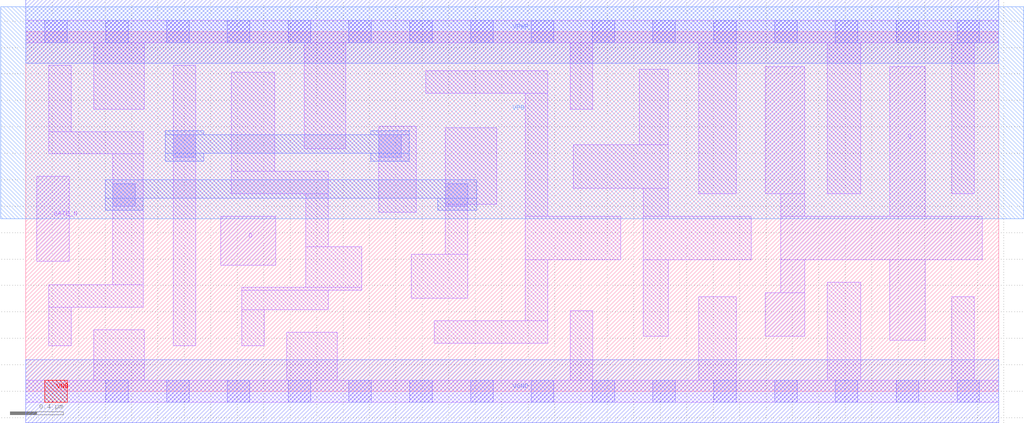
<source format=lef>
# Copyright 2020 The SkyWater PDK Authors
#
# Licensed under the Apache License, Version 2.0 (the "License");
# you may not use this file except in compliance with the License.
# You may obtain a copy of the License at
#
#     https://www.apache.org/licenses/LICENSE-2.0
#
# Unless required by applicable law or agreed to in writing, software
# distributed under the License is distributed on an "AS IS" BASIS,
# WITHOUT WARRANTIES OR CONDITIONS OF ANY KIND, either express or implied.
# See the License for the specific language governing permissions and
# limitations under the License.
#
# SPDX-License-Identifier: Apache-2.0

VERSION 5.7 ;
  NOWIREEXTENSIONATPIN ON ;
  DIVIDERCHAR "/" ;
  BUSBITCHARS "[]" ;
PROPERTYDEFINITIONS
  MACRO maskLayoutSubType STRING ;
  MACRO prCellType STRING ;
  MACRO originalViewName STRING ;
END PROPERTYDEFINITIONS
MACRO sky130_fd_sc_hdll__dlxtn_4
  CLASS CORE ;
  FOREIGN sky130_fd_sc_hdll__dlxtn_4 ;
  ORIGIN  0.000000  0.000000 ;
  SIZE  7.360000 BY  2.720000 ;
  SYMMETRY X Y R90 ;
  SITE unithd ;
  PIN D
    ANTENNAGATEAREA  0.178200 ;
    DIRECTION INPUT ;
    USE SIGNAL ;
    PORT
      LAYER li1 ;
        RECT 1.475000 0.955000 1.890000 1.325000 ;
    END
  END D
  PIN GATE_N
    ANTENNAGATEAREA  0.178200 ;
    DIRECTION INPUT ;
    USE SIGNAL ;
    PORT
      LAYER li1 ;
        RECT 0.085000 0.985000 0.330000 1.625000 ;
    END
  END GATE_N
  PIN Q
    ANTENNADIFFAREA  0.996000 ;
    DIRECTION OUTPUT ;
    USE SIGNAL ;
    PORT
      LAYER li1 ;
        RECT 5.595000 0.415000 5.895000 0.745000 ;
        RECT 5.595000 1.495000 5.895000 2.455000 ;
        RECT 5.710000 0.745000 5.895000 0.995000 ;
        RECT 5.710000 0.995000 7.235000 1.325000 ;
        RECT 5.710000 1.325000 5.895000 1.495000 ;
        RECT 6.535000 0.385000 6.805000 0.995000 ;
        RECT 6.535000 1.325000 6.805000 2.455000 ;
    END
  END Q
  PIN VNB
    PORT
      LAYER pwell ;
        RECT 0.145000 -0.085000 0.315000 0.085000 ;
    END
  END VNB
  PIN VPB
    PORT
      LAYER nwell ;
        RECT -0.190000 1.305000 7.550000 2.910000 ;
    END
  END VPB
  PIN VGND
    DIRECTION INOUT ;
    USE GROUND ;
    PORT
      LAYER met1 ;
        RECT 0.000000 -0.240000 7.360000 0.240000 ;
    END
  END VGND
  PIN VPWR
    DIRECTION INOUT ;
    USE POWER ;
    PORT
      LAYER met1 ;
        RECT 0.000000 2.480000 7.360000 2.960000 ;
    END
  END VPWR
  OBS
    LAYER li1 ;
      RECT 0.000000 -0.085000 7.360000 0.085000 ;
      RECT 0.000000  2.635000 7.360000 2.805000 ;
      RECT 0.175000  0.345000 0.345000 0.635000 ;
      RECT 0.175000  0.635000 0.890000 0.805000 ;
      RECT 0.175000  1.795000 0.890000 1.965000 ;
      RECT 0.175000  1.965000 0.345000 2.465000 ;
      RECT 0.515000  0.085000 0.895000 0.465000 ;
      RECT 0.515000  2.135000 0.895000 2.635000 ;
      RECT 0.660000  0.805000 0.890000 1.795000 ;
      RECT 1.115000  0.345000 1.285000 2.465000 ;
      RECT 1.555000  1.495000 2.290000 1.665000 ;
      RECT 1.555000  1.665000 1.885000 2.415000 ;
      RECT 1.635000  0.345000 1.805000 0.615000 ;
      RECT 1.635000  0.615000 2.290000 0.765000 ;
      RECT 1.635000  0.765000 2.540000 0.785000 ;
      RECT 1.975000  0.085000 2.355000 0.445000 ;
      RECT 2.105000  1.835000 2.420000 2.635000 ;
      RECT 2.120000  0.785000 2.540000 1.095000 ;
      RECT 2.120000  1.095000 2.290000 1.495000 ;
      RECT 2.670000  1.355000 2.955000 2.005000 ;
      RECT 2.915000  0.705000 3.345000 1.035000 ;
      RECT 3.025000  2.255000 3.950000 2.425000 ;
      RECT 3.090000  0.365000 3.950000 0.535000 ;
      RECT 3.175000  1.035000 3.345000 1.415000 ;
      RECT 3.175000  1.415000 3.565000 1.995000 ;
      RECT 3.780000  0.535000 3.950000 0.995000 ;
      RECT 3.780000  0.995000 4.500000 1.325000 ;
      RECT 3.780000  1.325000 3.950000 2.255000 ;
      RECT 4.120000  0.085000 4.290000 0.610000 ;
      RECT 4.120000  2.135000 4.290000 2.635000 ;
      RECT 4.140000  1.535000 4.860000 1.865000 ;
      RECT 4.640000  1.865000 4.860000 2.435000 ;
      RECT 4.670000  0.415000 4.860000 0.995000 ;
      RECT 4.670000  0.995000 5.490000 1.325000 ;
      RECT 4.670000  1.325000 4.860000 1.535000 ;
      RECT 5.090000  0.085000 5.375000 0.715000 ;
      RECT 5.090000  1.495000 5.375000 2.635000 ;
      RECT 6.065000  0.085000 6.315000 0.825000 ;
      RECT 6.065000  1.495000 6.315000 2.635000 ;
      RECT 7.005000  0.085000 7.175000 0.715000 ;
      RECT 7.005000  1.495000 7.175000 2.635000 ;
    LAYER mcon ;
      RECT 0.145000 -0.085000 0.315000 0.085000 ;
      RECT 0.145000  2.635000 0.315000 2.805000 ;
      RECT 0.605000 -0.085000 0.775000 0.085000 ;
      RECT 0.605000  2.635000 0.775000 2.805000 ;
      RECT 0.660000  1.400000 0.830000 1.570000 ;
      RECT 1.065000 -0.085000 1.235000 0.085000 ;
      RECT 1.065000  2.635000 1.235000 2.805000 ;
      RECT 1.115000  1.770000 1.285000 1.940000 ;
      RECT 1.525000 -0.085000 1.695000 0.085000 ;
      RECT 1.525000  2.635000 1.695000 2.805000 ;
      RECT 1.985000 -0.085000 2.155000 0.085000 ;
      RECT 1.985000  2.635000 2.155000 2.805000 ;
      RECT 2.445000 -0.085000 2.615000 0.085000 ;
      RECT 2.445000  2.635000 2.615000 2.805000 ;
      RECT 2.670000  1.770000 2.840000 1.940000 ;
      RECT 2.905000 -0.085000 3.075000 0.085000 ;
      RECT 2.905000  2.635000 3.075000 2.805000 ;
      RECT 3.175000  1.400000 3.345000 1.570000 ;
      RECT 3.365000 -0.085000 3.535000 0.085000 ;
      RECT 3.365000  2.635000 3.535000 2.805000 ;
      RECT 3.825000 -0.085000 3.995000 0.085000 ;
      RECT 3.825000  2.635000 3.995000 2.805000 ;
      RECT 4.285000 -0.085000 4.455000 0.085000 ;
      RECT 4.285000  2.635000 4.455000 2.805000 ;
      RECT 4.745000 -0.085000 4.915000 0.085000 ;
      RECT 4.745000  2.635000 4.915000 2.805000 ;
      RECT 5.205000 -0.085000 5.375000 0.085000 ;
      RECT 5.205000  2.635000 5.375000 2.805000 ;
      RECT 5.665000 -0.085000 5.835000 0.085000 ;
      RECT 5.665000  2.635000 5.835000 2.805000 ;
      RECT 6.125000 -0.085000 6.295000 0.085000 ;
      RECT 6.125000  2.635000 6.295000 2.805000 ;
      RECT 6.585000 -0.085000 6.755000 0.085000 ;
      RECT 6.585000  2.635000 6.755000 2.805000 ;
      RECT 7.045000 -0.085000 7.215000 0.085000 ;
      RECT 7.045000  2.635000 7.215000 2.805000 ;
    LAYER met1 ;
      RECT 0.600000 1.370000 0.890000 1.460000 ;
      RECT 0.600000 1.460000 3.410000 1.600000 ;
      RECT 1.055000 1.740000 1.345000 1.800000 ;
      RECT 1.055000 1.800000 2.900000 1.940000 ;
      RECT 1.055000 1.940000 1.345000 1.970000 ;
      RECT 2.610000 1.740000 2.900000 1.800000 ;
      RECT 2.610000 1.940000 2.900000 1.970000 ;
      RECT 3.115000 1.370000 3.410000 1.460000 ;
  END
  PROPERTY maskLayoutSubType "abstract" ;
  PROPERTY prCellType "standard" ;
  PROPERTY originalViewName "layout" ;
END sky130_fd_sc_hdll__dlxtn_4
END LIBRARY

</source>
